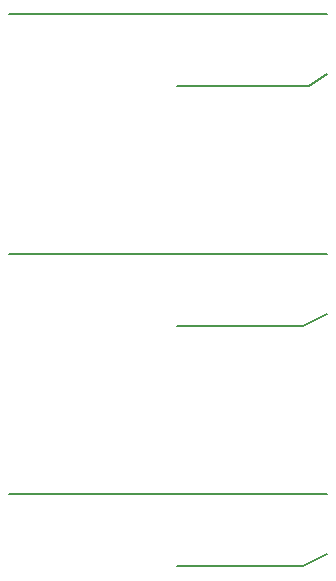
<source format=gbr>
%TF.GenerationSoftware,KiCad,Pcbnew,(5.1.12)-1*%
%TF.CreationDate,2022-04-06T16:59:54+05:30*%
%TF.ProjectId,Diet,44696574-2e6b-4696-9361-645f70636258,rev?*%
%TF.SameCoordinates,Original*%
%TF.FileFunction,Paste,Bot*%
%TF.FilePolarity,Positive*%
%FSLAX46Y46*%
G04 Gerber Fmt 4.6, Leading zero omitted, Abs format (unit mm)*
G04 Created by KiCad (PCBNEW (5.1.12)-1) date 2022-04-06 16:59:54*
%MOMM*%
%LPD*%
G01*
G04 APERTURE LIST*
%ADD10C,0.150000*%
G04 APERTURE END LIST*
D10*
X263652000Y-107188000D02*
X265684000Y-106172000D01*
X252984000Y-107188000D02*
X263652000Y-107188000D01*
X238760000Y-101092000D02*
X265684000Y-101092000D01*
X263652000Y-86868000D02*
X265684000Y-85852000D01*
X252984000Y-86868000D02*
X263652000Y-86868000D01*
X238760000Y-80772000D02*
X265684000Y-80772000D01*
X264160000Y-66548000D02*
X265684000Y-65532000D01*
X252984000Y-66548000D02*
X264160000Y-66548000D01*
X238760000Y-60452000D02*
X265684000Y-60452000D01*
M02*

</source>
